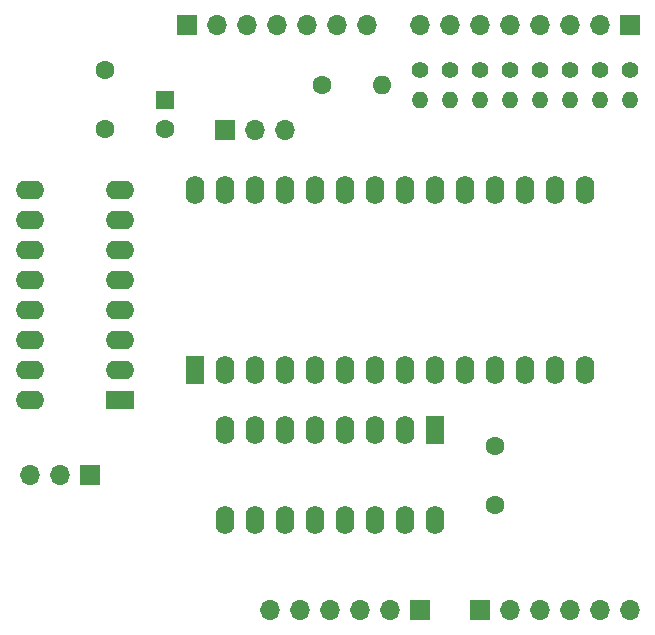
<source format=gbs>
G04 #@! TF.GenerationSoftware,KiCad,Pcbnew,(5.1.12)-1*
G04 #@! TF.CreationDate,2022-05-11T07:36:37+02:00*
G04 #@! TF.ProjectId,EPROM-Shield,4550524f-4d2d-4536-9869-656c642e6b69,rev?*
G04 #@! TF.SameCoordinates,Original*
G04 #@! TF.FileFunction,Soldermask,Bot*
G04 #@! TF.FilePolarity,Negative*
%FSLAX46Y46*%
G04 Gerber Fmt 4.6, Leading zero omitted, Abs format (unit mm)*
G04 Created by KiCad (PCBNEW (5.1.12)-1) date 2022-05-11 07:36:37*
%MOMM*%
%LPD*%
G01*
G04 APERTURE LIST*
%ADD10O,1.700000X1.700000*%
%ADD11R,1.700000X1.700000*%
%ADD12O,1.400000X1.400000*%
%ADD13C,1.400000*%
%ADD14O,1.600000X1.600000*%
%ADD15C,1.600000*%
%ADD16O,1.600000X2.400000*%
%ADD17R,1.600000X2.400000*%
%ADD18R,1.600000X1.600000*%
%ADD19O,2.400000X1.600000*%
%ADD20R,2.400000X1.600000*%
G04 APERTURE END LIST*
D10*
G04 #@! TO.C,J3*
X127000000Y-71120000D03*
X129540000Y-71120000D03*
X132080000Y-71120000D03*
X134620000Y-71120000D03*
X137160000Y-71120000D03*
X139700000Y-71120000D03*
X142240000Y-71120000D03*
D11*
X144780000Y-71120000D03*
G04 #@! TD*
D10*
G04 #@! TO.C,J4*
X144780000Y-120650000D03*
X142240000Y-120650000D03*
X139700000Y-120650000D03*
X137160000Y-120650000D03*
X134620000Y-120650000D03*
D11*
X132080000Y-120650000D03*
G04 #@! TD*
D10*
G04 #@! TO.C,J2*
X114300000Y-120650000D03*
X116840000Y-120650000D03*
X119380000Y-120650000D03*
X121920000Y-120650000D03*
X124460000Y-120650000D03*
D11*
X127000000Y-120650000D03*
G04 #@! TD*
D12*
G04 #@! TO.C,R4*
X139700000Y-77470000D03*
D13*
X139700000Y-74930000D03*
G04 #@! TD*
D12*
G04 #@! TO.C,R3*
X142240000Y-77470000D03*
D13*
X142240000Y-74930000D03*
G04 #@! TD*
D12*
G04 #@! TO.C,R2*
X144780000Y-77470000D03*
D13*
X144780000Y-74930000D03*
G04 #@! TD*
D10*
G04 #@! TO.C,J1*
X122555000Y-71120000D03*
X120015000Y-71120000D03*
X117475000Y-71120000D03*
X114935000Y-71120000D03*
X112395000Y-71120000D03*
X109855000Y-71120000D03*
D11*
X107315000Y-71120000D03*
G04 #@! TD*
D12*
G04 #@! TO.C,R6*
X134620000Y-77470000D03*
D13*
X134620000Y-74930000D03*
G04 #@! TD*
D12*
G04 #@! TO.C,R8*
X129540000Y-77470000D03*
D13*
X129540000Y-74930000D03*
G04 #@! TD*
D12*
G04 #@! TO.C,R9*
X127000000Y-77470000D03*
D13*
X127000000Y-74930000D03*
G04 #@! TD*
D12*
G04 #@! TO.C,R7*
X132080000Y-77470000D03*
D13*
X132080000Y-74930000D03*
G04 #@! TD*
D12*
G04 #@! TO.C,R5*
X137160000Y-77470000D03*
D13*
X137160000Y-74930000D03*
G04 #@! TD*
D14*
G04 #@! TO.C,R1*
X123825000Y-76200000D03*
D15*
X118745000Y-76200000D03*
G04 #@! TD*
D16*
G04 #@! TO.C,U3*
X107950000Y-85090000D03*
X140970000Y-100330000D03*
X110490000Y-85090000D03*
X138430000Y-100330000D03*
X113030000Y-85090000D03*
X135890000Y-100330000D03*
X115570000Y-85090000D03*
X133350000Y-100330000D03*
X118110000Y-85090000D03*
X130810000Y-100330000D03*
X120650000Y-85090000D03*
X128270000Y-100330000D03*
X123190000Y-85090000D03*
X125730000Y-100330000D03*
X125730000Y-85090000D03*
X123190000Y-100330000D03*
X128270000Y-85090000D03*
X120650000Y-100330000D03*
X130810000Y-85090000D03*
X118110000Y-100330000D03*
X133350000Y-85090000D03*
X115570000Y-100330000D03*
X135890000Y-85090000D03*
X113030000Y-100330000D03*
X138430000Y-85090000D03*
X110490000Y-100330000D03*
X140970000Y-85090000D03*
D17*
X107950000Y-100330000D03*
G04 #@! TD*
D15*
G04 #@! TO.C,C3*
X105410000Y-79970000D03*
D18*
X105410000Y-77470000D03*
G04 #@! TD*
D15*
G04 #@! TO.C,C2*
X100330000Y-79930000D03*
X100330000Y-74930000D03*
G04 #@! TD*
G04 #@! TO.C,C1*
X133350000Y-106760000D03*
X133350000Y-111760000D03*
G04 #@! TD*
D16*
G04 #@! TO.C,U2*
X128270000Y-113030000D03*
X110490000Y-105410000D03*
X125730000Y-113030000D03*
X113030000Y-105410000D03*
X123190000Y-113030000D03*
X115570000Y-105410000D03*
X120650000Y-113030000D03*
X118110000Y-105410000D03*
X118110000Y-113030000D03*
X120650000Y-105410000D03*
X115570000Y-113030000D03*
X123190000Y-105410000D03*
X113030000Y-113030000D03*
X125730000Y-105410000D03*
X110490000Y-113030000D03*
D17*
X128270000Y-105410000D03*
G04 #@! TD*
D19*
G04 #@! TO.C,U1*
X93980000Y-102870000D03*
X101600000Y-85090000D03*
X93980000Y-100330000D03*
X101600000Y-87630000D03*
X93980000Y-97790000D03*
X101600000Y-90170000D03*
X93980000Y-95250000D03*
X101600000Y-92710000D03*
X93980000Y-92710000D03*
X101600000Y-95250000D03*
X93980000Y-90170000D03*
X101600000Y-97790000D03*
X93980000Y-87630000D03*
X101600000Y-100330000D03*
X93980000Y-85090000D03*
D20*
X101600000Y-102870000D03*
G04 #@! TD*
D10*
G04 #@! TO.C,JP2*
X93980000Y-109220000D03*
X96520000Y-109220000D03*
D11*
X99060000Y-109220000D03*
G04 #@! TD*
D10*
G04 #@! TO.C,JP1*
X115570000Y-80010000D03*
X113030000Y-80010000D03*
D11*
X110490000Y-80010000D03*
G04 #@! TD*
M02*

</source>
